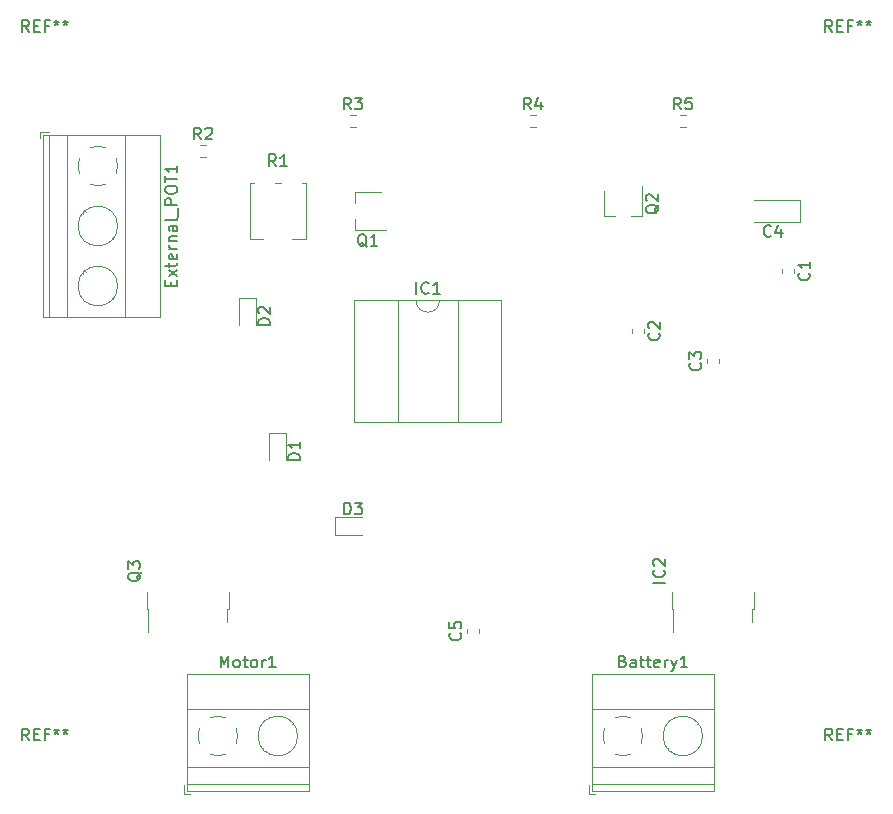
<source format=gbr>
%TF.GenerationSoftware,KiCad,Pcbnew,(5.1.8)-1*%
%TF.CreationDate,2021-06-13T11:57:15+02:00*%
%TF.ProjectId,Assignment3,41737369-676e-46d6-956e-74332e6b6963,rev?*%
%TF.SameCoordinates,Original*%
%TF.FileFunction,Legend,Top*%
%TF.FilePolarity,Positive*%
%FSLAX46Y46*%
G04 Gerber Fmt 4.6, Leading zero omitted, Abs format (unit mm)*
G04 Created by KiCad (PCBNEW (5.1.8)-1) date 2021-06-13 11:57:15*
%MOMM*%
%LPD*%
G01*
G04 APERTURE LIST*
%ADD10C,0.120000*%
%ADD11C,0.150000*%
G04 APERTURE END LIST*
D10*
%TO.C,IC1*%
X117415000Y-60840000D02*
X104945000Y-60840000D01*
X117415000Y-71240000D02*
X117415000Y-60840000D01*
X104945000Y-71240000D02*
X117415000Y-71240000D01*
X104945000Y-60840000D02*
X104945000Y-71240000D01*
X113715000Y-60900000D02*
X112180000Y-60900000D01*
X113715000Y-71180000D02*
X113715000Y-60900000D01*
X108645000Y-71180000D02*
X113715000Y-71180000D01*
X108645000Y-60900000D02*
X108645000Y-71180000D01*
X110180000Y-60900000D02*
X108645000Y-60900000D01*
X112180000Y-60900000D02*
G75*
G02*
X110180000Y-60900000I-1000000J0D01*
G01*
%TO.C,Q3*%
X87410000Y-85570000D02*
X87410000Y-87070000D01*
X87410000Y-87070000D02*
X87510000Y-87070000D01*
X87510000Y-87070000D02*
X87510000Y-88970000D01*
X94310000Y-85570000D02*
X94310000Y-87070000D01*
X94310000Y-87070000D02*
X94210000Y-87070000D01*
X94210000Y-87070000D02*
X94210000Y-88170000D01*
%TO.C,IC2*%
X131860000Y-85570000D02*
X131860000Y-87070000D01*
X131860000Y-87070000D02*
X131960000Y-87070000D01*
X131960000Y-87070000D02*
X131960000Y-88970000D01*
X138760000Y-85570000D02*
X138760000Y-87070000D01*
X138760000Y-87070000D02*
X138660000Y-87070000D01*
X138660000Y-87070000D02*
X138660000Y-88170000D01*
%TO.C,Battery1*%
X124850000Y-102690000D02*
X125350000Y-102690000D01*
X124850000Y-101950000D02*
X124850000Y-102690000D01*
X131543000Y-98813000D02*
X131496000Y-98859000D01*
X133840000Y-96515000D02*
X133805000Y-96551000D01*
X131736000Y-99029000D02*
X131701000Y-99064000D01*
X134045000Y-96721000D02*
X133998000Y-96767000D01*
X135370000Y-92529000D02*
X135370000Y-102450000D01*
X125090000Y-92529000D02*
X125090000Y-102450000D01*
X125090000Y-102450000D02*
X135370000Y-102450000D01*
X125090000Y-92529000D02*
X135370000Y-92529000D01*
X125090000Y-95489000D02*
X135370000Y-95489000D01*
X125090000Y-100390000D02*
X135370000Y-100390000D01*
X125090000Y-101890000D02*
X135370000Y-101890000D01*
X134450000Y-97790000D02*
G75*
G03*
X134450000Y-97790000I-1680000J0D01*
G01*
X127718805Y-99470253D02*
G75*
G02*
X127006000Y-99325000I-28805J1680253D01*
G01*
X126154574Y-98473042D02*
G75*
G02*
X126155000Y-97106000I1535426J683042D01*
G01*
X127006958Y-96254574D02*
G75*
G02*
X128374000Y-96255000I683042J-1535426D01*
G01*
X129225426Y-97106958D02*
G75*
G02*
X129225000Y-98474000I-1535426J-683042D01*
G01*
X128373318Y-99324756D02*
G75*
G02*
X127690000Y-99470000I-683318J1534756D01*
G01*
%TO.C,R5*%
X132532742Y-46242500D02*
X133007258Y-46242500D01*
X132532742Y-45197500D02*
X133007258Y-45197500D01*
%TO.C,R4*%
X119832742Y-46242500D02*
X120307258Y-46242500D01*
X119832742Y-45197500D02*
X120307258Y-45197500D01*
%TO.C,R3*%
X104592742Y-46242500D02*
X105067258Y-46242500D01*
X104592742Y-45197500D02*
X105067258Y-45197500D01*
%TO.C,R2*%
X91892742Y-48782500D02*
X92367258Y-48782500D01*
X91892742Y-47737500D02*
X92367258Y-47737500D01*
%TO.C,R1*%
X100850000Y-50970000D02*
X100850000Y-55710000D01*
X96110000Y-50970000D02*
X96110000Y-55710000D01*
X99720000Y-55710000D02*
X100850000Y-55710000D01*
X96110000Y-55710000D02*
X97240000Y-55710000D01*
X98221000Y-50970000D02*
X98740000Y-50970000D01*
X96110000Y-50970000D02*
X96441000Y-50970000D01*
X100520000Y-50970000D02*
X100850000Y-50970000D01*
%TO.C,Q2*%
X126080000Y-51630000D02*
X126080000Y-53780000D01*
X129300000Y-51205000D02*
X129300000Y-53780000D01*
X126990000Y-53780000D02*
X126080000Y-53780000D01*
X129300000Y-53780000D02*
X128390000Y-53780000D01*
%TO.C,Q1*%
X107175000Y-51730000D02*
X105025000Y-51730000D01*
X107600000Y-54950000D02*
X105025000Y-54950000D01*
X105025000Y-52640000D02*
X105025000Y-51730000D01*
X105025000Y-54950000D02*
X105025000Y-54040000D01*
%TO.C,D3*%
X103345000Y-80745000D02*
X105630000Y-80745000D01*
X103345000Y-79275000D02*
X103345000Y-80745000D01*
X105630000Y-79275000D02*
X103345000Y-79275000D01*
%TO.C,D2*%
X95205000Y-60745000D02*
X95205000Y-63030000D01*
X96675000Y-60745000D02*
X95205000Y-60745000D01*
X96675000Y-63030000D02*
X96675000Y-60745000D01*
%TO.C,D1*%
X97745000Y-72175000D02*
X97745000Y-74460000D01*
X99215000Y-72175000D02*
X97745000Y-72175000D01*
X99215000Y-74460000D02*
X99215000Y-72175000D01*
%TO.C,C5*%
X115500000Y-89040580D02*
X115500000Y-88759420D01*
X114480000Y-89040580D02*
X114480000Y-88759420D01*
%TO.C,C4*%
X142700000Y-52405000D02*
X138790000Y-52405000D01*
X142700000Y-54275000D02*
X142700000Y-52405000D01*
X138790000Y-54275000D02*
X142700000Y-54275000D01*
%TO.C,C3*%
X135820000Y-66180580D02*
X135820000Y-65899420D01*
X134800000Y-66180580D02*
X134800000Y-65899420D01*
%TO.C,C2*%
X128450000Y-63359420D02*
X128450000Y-63640580D01*
X129470000Y-63359420D02*
X129470000Y-63640580D01*
%TO.C,C1*%
X141150000Y-58279420D02*
X141150000Y-58560580D01*
X142170000Y-58279420D02*
X142170000Y-58560580D01*
%TO.C,External_POT1*%
X84920000Y-54610000D02*
G75*
G03*
X84920000Y-54610000I-1680000J0D01*
G01*
X84920000Y-59690000D02*
G75*
G03*
X84920000Y-59690000I-1680000J0D01*
G01*
X79140000Y-46930000D02*
X79140000Y-62290000D01*
X80640000Y-46930000D02*
X80640000Y-62290000D01*
X85541000Y-46930000D02*
X85541000Y-62290000D01*
X88501000Y-46930000D02*
X88501000Y-62290000D01*
X78580000Y-46930000D02*
X78580000Y-62290000D01*
X88501000Y-46930000D02*
X78580000Y-46930000D01*
X88501000Y-62290000D02*
X78580000Y-62290000D01*
X84309000Y-55885000D02*
X84263000Y-55838000D01*
X82001000Y-53576000D02*
X81966000Y-53541000D01*
X84515000Y-55680000D02*
X84479000Y-55645000D01*
X82217000Y-53383000D02*
X82171000Y-53336000D01*
X84309000Y-60965000D02*
X84263000Y-60918000D01*
X82001000Y-58656000D02*
X81966000Y-58621000D01*
X84515000Y-60760000D02*
X84479000Y-60725000D01*
X82217000Y-58463000D02*
X82171000Y-58416000D01*
X79080000Y-46690000D02*
X78340000Y-46690000D01*
X78340000Y-46690000D02*
X78340000Y-47190000D01*
X81705244Y-50213318D02*
G75*
G02*
X81560000Y-49530000I1534756J683318D01*
G01*
X83923042Y-51065426D02*
G75*
G02*
X82556000Y-51065000I-683042J1535426D01*
G01*
X84775426Y-48846958D02*
G75*
G02*
X84775000Y-50214000I-1535426J-683042D01*
G01*
X82556958Y-47994574D02*
G75*
G02*
X83924000Y-47995000I683042J-1535426D01*
G01*
X81559747Y-49558805D02*
G75*
G02*
X81705000Y-48846000I1680253J28805D01*
G01*
%TO.C,Motor1*%
X100160000Y-97790000D02*
G75*
G03*
X100160000Y-97790000I-1680000J0D01*
G01*
X90800000Y-101890000D02*
X101080000Y-101890000D01*
X90800000Y-100390000D02*
X101080000Y-100390000D01*
X90800000Y-95489000D02*
X101080000Y-95489000D01*
X90800000Y-92529000D02*
X101080000Y-92529000D01*
X90800000Y-102450000D02*
X101080000Y-102450000D01*
X90800000Y-92529000D02*
X90800000Y-102450000D01*
X101080000Y-92529000D02*
X101080000Y-102450000D01*
X99755000Y-96721000D02*
X99708000Y-96767000D01*
X97446000Y-99029000D02*
X97411000Y-99064000D01*
X99550000Y-96515000D02*
X99515000Y-96551000D01*
X97253000Y-98813000D02*
X97206000Y-98859000D01*
X90560000Y-101950000D02*
X90560000Y-102690000D01*
X90560000Y-102690000D02*
X91060000Y-102690000D01*
X94083318Y-99324756D02*
G75*
G02*
X93400000Y-99470000I-683318J1534756D01*
G01*
X94935426Y-97106958D02*
G75*
G02*
X94935000Y-98474000I-1535426J-683042D01*
G01*
X92716958Y-96254574D02*
G75*
G02*
X94084000Y-96255000I683042J-1535426D01*
G01*
X91864574Y-98473042D02*
G75*
G02*
X91865000Y-97106000I1535426J683042D01*
G01*
X93428805Y-99470253D02*
G75*
G02*
X92716000Y-99325000I-28805J1680253D01*
G01*
%TO.C,IC1*%
D11*
X110203809Y-60352380D02*
X110203809Y-59352380D01*
X111251428Y-60257142D02*
X111203809Y-60304761D01*
X111060952Y-60352380D01*
X110965714Y-60352380D01*
X110822857Y-60304761D01*
X110727619Y-60209523D01*
X110680000Y-60114285D01*
X110632380Y-59923809D01*
X110632380Y-59780952D01*
X110680000Y-59590476D01*
X110727619Y-59495238D01*
X110822857Y-59400000D01*
X110965714Y-59352380D01*
X111060952Y-59352380D01*
X111203809Y-59400000D01*
X111251428Y-59447619D01*
X112203809Y-60352380D02*
X111632380Y-60352380D01*
X111918095Y-60352380D02*
X111918095Y-59352380D01*
X111822857Y-59495238D01*
X111727619Y-59590476D01*
X111632380Y-59638095D01*
%TO.C,Q3*%
X86907619Y-83915238D02*
X86860000Y-84010476D01*
X86764761Y-84105714D01*
X86621904Y-84248571D01*
X86574285Y-84343809D01*
X86574285Y-84439047D01*
X86812380Y-84391428D02*
X86764761Y-84486666D01*
X86669523Y-84581904D01*
X86479047Y-84629523D01*
X86145714Y-84629523D01*
X85955238Y-84581904D01*
X85860000Y-84486666D01*
X85812380Y-84391428D01*
X85812380Y-84200952D01*
X85860000Y-84105714D01*
X85955238Y-84010476D01*
X86145714Y-83962857D01*
X86479047Y-83962857D01*
X86669523Y-84010476D01*
X86764761Y-84105714D01*
X86812380Y-84200952D01*
X86812380Y-84391428D01*
X85812380Y-83629523D02*
X85812380Y-83010476D01*
X86193333Y-83343809D01*
X86193333Y-83200952D01*
X86240952Y-83105714D01*
X86288571Y-83058095D01*
X86383809Y-83010476D01*
X86621904Y-83010476D01*
X86717142Y-83058095D01*
X86764761Y-83105714D01*
X86812380Y-83200952D01*
X86812380Y-83486666D01*
X86764761Y-83581904D01*
X86717142Y-83629523D01*
%TO.C,IC2*%
X131262380Y-84796190D02*
X130262380Y-84796190D01*
X131167142Y-83748571D02*
X131214761Y-83796190D01*
X131262380Y-83939047D01*
X131262380Y-84034285D01*
X131214761Y-84177142D01*
X131119523Y-84272380D01*
X131024285Y-84320000D01*
X130833809Y-84367619D01*
X130690952Y-84367619D01*
X130500476Y-84320000D01*
X130405238Y-84272380D01*
X130310000Y-84177142D01*
X130262380Y-84034285D01*
X130262380Y-83939047D01*
X130310000Y-83796190D01*
X130357619Y-83748571D01*
X130357619Y-83367619D02*
X130310000Y-83320000D01*
X130262380Y-83224761D01*
X130262380Y-82986666D01*
X130310000Y-82891428D01*
X130357619Y-82843809D01*
X130452857Y-82796190D01*
X130548095Y-82796190D01*
X130690952Y-82843809D01*
X131262380Y-83415238D01*
X131262380Y-82796190D01*
%TO.C,Battery1*%
X127682380Y-91458571D02*
X127825238Y-91506190D01*
X127872857Y-91553809D01*
X127920476Y-91649047D01*
X127920476Y-91791904D01*
X127872857Y-91887142D01*
X127825238Y-91934761D01*
X127730000Y-91982380D01*
X127349047Y-91982380D01*
X127349047Y-90982380D01*
X127682380Y-90982380D01*
X127777619Y-91030000D01*
X127825238Y-91077619D01*
X127872857Y-91172857D01*
X127872857Y-91268095D01*
X127825238Y-91363333D01*
X127777619Y-91410952D01*
X127682380Y-91458571D01*
X127349047Y-91458571D01*
X128777619Y-91982380D02*
X128777619Y-91458571D01*
X128730000Y-91363333D01*
X128634761Y-91315714D01*
X128444285Y-91315714D01*
X128349047Y-91363333D01*
X128777619Y-91934761D02*
X128682380Y-91982380D01*
X128444285Y-91982380D01*
X128349047Y-91934761D01*
X128301428Y-91839523D01*
X128301428Y-91744285D01*
X128349047Y-91649047D01*
X128444285Y-91601428D01*
X128682380Y-91601428D01*
X128777619Y-91553809D01*
X129110952Y-91315714D02*
X129491904Y-91315714D01*
X129253809Y-90982380D02*
X129253809Y-91839523D01*
X129301428Y-91934761D01*
X129396666Y-91982380D01*
X129491904Y-91982380D01*
X129682380Y-91315714D02*
X130063333Y-91315714D01*
X129825238Y-90982380D02*
X129825238Y-91839523D01*
X129872857Y-91934761D01*
X129968095Y-91982380D01*
X130063333Y-91982380D01*
X130777619Y-91934761D02*
X130682380Y-91982380D01*
X130491904Y-91982380D01*
X130396666Y-91934761D01*
X130349047Y-91839523D01*
X130349047Y-91458571D01*
X130396666Y-91363333D01*
X130491904Y-91315714D01*
X130682380Y-91315714D01*
X130777619Y-91363333D01*
X130825238Y-91458571D01*
X130825238Y-91553809D01*
X130349047Y-91649047D01*
X131253809Y-91982380D02*
X131253809Y-91315714D01*
X131253809Y-91506190D02*
X131301428Y-91410952D01*
X131349047Y-91363333D01*
X131444285Y-91315714D01*
X131539523Y-91315714D01*
X131777619Y-91315714D02*
X132015714Y-91982380D01*
X132253809Y-91315714D02*
X132015714Y-91982380D01*
X131920476Y-92220476D01*
X131872857Y-92268095D01*
X131777619Y-92315714D01*
X133158571Y-91982380D02*
X132587142Y-91982380D01*
X132872857Y-91982380D02*
X132872857Y-90982380D01*
X132777619Y-91125238D01*
X132682380Y-91220476D01*
X132587142Y-91268095D01*
%TO.C,R5*%
X132603333Y-44742380D02*
X132270000Y-44266190D01*
X132031904Y-44742380D02*
X132031904Y-43742380D01*
X132412857Y-43742380D01*
X132508095Y-43790000D01*
X132555714Y-43837619D01*
X132603333Y-43932857D01*
X132603333Y-44075714D01*
X132555714Y-44170952D01*
X132508095Y-44218571D01*
X132412857Y-44266190D01*
X132031904Y-44266190D01*
X133508095Y-43742380D02*
X133031904Y-43742380D01*
X132984285Y-44218571D01*
X133031904Y-44170952D01*
X133127142Y-44123333D01*
X133365238Y-44123333D01*
X133460476Y-44170952D01*
X133508095Y-44218571D01*
X133555714Y-44313809D01*
X133555714Y-44551904D01*
X133508095Y-44647142D01*
X133460476Y-44694761D01*
X133365238Y-44742380D01*
X133127142Y-44742380D01*
X133031904Y-44694761D01*
X132984285Y-44647142D01*
%TO.C,R4*%
X119903333Y-44742380D02*
X119570000Y-44266190D01*
X119331904Y-44742380D02*
X119331904Y-43742380D01*
X119712857Y-43742380D01*
X119808095Y-43790000D01*
X119855714Y-43837619D01*
X119903333Y-43932857D01*
X119903333Y-44075714D01*
X119855714Y-44170952D01*
X119808095Y-44218571D01*
X119712857Y-44266190D01*
X119331904Y-44266190D01*
X120760476Y-44075714D02*
X120760476Y-44742380D01*
X120522380Y-43694761D02*
X120284285Y-44409047D01*
X120903333Y-44409047D01*
%TO.C,R3*%
X104663333Y-44742380D02*
X104330000Y-44266190D01*
X104091904Y-44742380D02*
X104091904Y-43742380D01*
X104472857Y-43742380D01*
X104568095Y-43790000D01*
X104615714Y-43837619D01*
X104663333Y-43932857D01*
X104663333Y-44075714D01*
X104615714Y-44170952D01*
X104568095Y-44218571D01*
X104472857Y-44266190D01*
X104091904Y-44266190D01*
X104996666Y-43742380D02*
X105615714Y-43742380D01*
X105282380Y-44123333D01*
X105425238Y-44123333D01*
X105520476Y-44170952D01*
X105568095Y-44218571D01*
X105615714Y-44313809D01*
X105615714Y-44551904D01*
X105568095Y-44647142D01*
X105520476Y-44694761D01*
X105425238Y-44742380D01*
X105139523Y-44742380D01*
X105044285Y-44694761D01*
X104996666Y-44647142D01*
%TO.C,R2*%
X91963333Y-47282380D02*
X91630000Y-46806190D01*
X91391904Y-47282380D02*
X91391904Y-46282380D01*
X91772857Y-46282380D01*
X91868095Y-46330000D01*
X91915714Y-46377619D01*
X91963333Y-46472857D01*
X91963333Y-46615714D01*
X91915714Y-46710952D01*
X91868095Y-46758571D01*
X91772857Y-46806190D01*
X91391904Y-46806190D01*
X92344285Y-46377619D02*
X92391904Y-46330000D01*
X92487142Y-46282380D01*
X92725238Y-46282380D01*
X92820476Y-46330000D01*
X92868095Y-46377619D01*
X92915714Y-46472857D01*
X92915714Y-46568095D01*
X92868095Y-46710952D01*
X92296666Y-47282380D01*
X92915714Y-47282380D01*
%TO.C,R1*%
X98313333Y-49542380D02*
X97980000Y-49066190D01*
X97741904Y-49542380D02*
X97741904Y-48542380D01*
X98122857Y-48542380D01*
X98218095Y-48590000D01*
X98265714Y-48637619D01*
X98313333Y-48732857D01*
X98313333Y-48875714D01*
X98265714Y-48970952D01*
X98218095Y-49018571D01*
X98122857Y-49066190D01*
X97741904Y-49066190D01*
X99265714Y-49542380D02*
X98694285Y-49542380D01*
X98980000Y-49542380D02*
X98980000Y-48542380D01*
X98884761Y-48685238D01*
X98789523Y-48780476D01*
X98694285Y-48828095D01*
%TO.C,Q2*%
X130737619Y-52800238D02*
X130690000Y-52895476D01*
X130594761Y-52990714D01*
X130451904Y-53133571D01*
X130404285Y-53228809D01*
X130404285Y-53324047D01*
X130642380Y-53276428D02*
X130594761Y-53371666D01*
X130499523Y-53466904D01*
X130309047Y-53514523D01*
X129975714Y-53514523D01*
X129785238Y-53466904D01*
X129690000Y-53371666D01*
X129642380Y-53276428D01*
X129642380Y-53085952D01*
X129690000Y-52990714D01*
X129785238Y-52895476D01*
X129975714Y-52847857D01*
X130309047Y-52847857D01*
X130499523Y-52895476D01*
X130594761Y-52990714D01*
X130642380Y-53085952D01*
X130642380Y-53276428D01*
X129737619Y-52466904D02*
X129690000Y-52419285D01*
X129642380Y-52324047D01*
X129642380Y-52085952D01*
X129690000Y-51990714D01*
X129737619Y-51943095D01*
X129832857Y-51895476D01*
X129928095Y-51895476D01*
X130070952Y-51943095D01*
X130642380Y-52514523D01*
X130642380Y-51895476D01*
%TO.C,Q1*%
X106004761Y-56387619D02*
X105909523Y-56340000D01*
X105814285Y-56244761D01*
X105671428Y-56101904D01*
X105576190Y-56054285D01*
X105480952Y-56054285D01*
X105528571Y-56292380D02*
X105433333Y-56244761D01*
X105338095Y-56149523D01*
X105290476Y-55959047D01*
X105290476Y-55625714D01*
X105338095Y-55435238D01*
X105433333Y-55340000D01*
X105528571Y-55292380D01*
X105719047Y-55292380D01*
X105814285Y-55340000D01*
X105909523Y-55435238D01*
X105957142Y-55625714D01*
X105957142Y-55959047D01*
X105909523Y-56149523D01*
X105814285Y-56244761D01*
X105719047Y-56292380D01*
X105528571Y-56292380D01*
X106909523Y-56292380D02*
X106338095Y-56292380D01*
X106623809Y-56292380D02*
X106623809Y-55292380D01*
X106528571Y-55435238D01*
X106433333Y-55530476D01*
X106338095Y-55578095D01*
%TO.C,D3*%
X104091904Y-79032380D02*
X104091904Y-78032380D01*
X104330000Y-78032380D01*
X104472857Y-78080000D01*
X104568095Y-78175238D01*
X104615714Y-78270476D01*
X104663333Y-78460952D01*
X104663333Y-78603809D01*
X104615714Y-78794285D01*
X104568095Y-78889523D01*
X104472857Y-78984761D01*
X104330000Y-79032380D01*
X104091904Y-79032380D01*
X104996666Y-78032380D02*
X105615714Y-78032380D01*
X105282380Y-78413333D01*
X105425238Y-78413333D01*
X105520476Y-78460952D01*
X105568095Y-78508571D01*
X105615714Y-78603809D01*
X105615714Y-78841904D01*
X105568095Y-78937142D01*
X105520476Y-78984761D01*
X105425238Y-79032380D01*
X105139523Y-79032380D01*
X105044285Y-78984761D01*
X104996666Y-78937142D01*
%TO.C,D2*%
X97822380Y-62968095D02*
X96822380Y-62968095D01*
X96822380Y-62730000D01*
X96870000Y-62587142D01*
X96965238Y-62491904D01*
X97060476Y-62444285D01*
X97250952Y-62396666D01*
X97393809Y-62396666D01*
X97584285Y-62444285D01*
X97679523Y-62491904D01*
X97774761Y-62587142D01*
X97822380Y-62730000D01*
X97822380Y-62968095D01*
X96917619Y-62015714D02*
X96870000Y-61968095D01*
X96822380Y-61872857D01*
X96822380Y-61634761D01*
X96870000Y-61539523D01*
X96917619Y-61491904D01*
X97012857Y-61444285D01*
X97108095Y-61444285D01*
X97250952Y-61491904D01*
X97822380Y-62063333D01*
X97822380Y-61444285D01*
%TO.C,D1*%
X100362380Y-74398095D02*
X99362380Y-74398095D01*
X99362380Y-74160000D01*
X99410000Y-74017142D01*
X99505238Y-73921904D01*
X99600476Y-73874285D01*
X99790952Y-73826666D01*
X99933809Y-73826666D01*
X100124285Y-73874285D01*
X100219523Y-73921904D01*
X100314761Y-74017142D01*
X100362380Y-74160000D01*
X100362380Y-74398095D01*
X100362380Y-72874285D02*
X100362380Y-73445714D01*
X100362380Y-73160000D02*
X99362380Y-73160000D01*
X99505238Y-73255238D01*
X99600476Y-73350476D01*
X99648095Y-73445714D01*
%TO.C,C5*%
X113917142Y-89066666D02*
X113964761Y-89114285D01*
X114012380Y-89257142D01*
X114012380Y-89352380D01*
X113964761Y-89495238D01*
X113869523Y-89590476D01*
X113774285Y-89638095D01*
X113583809Y-89685714D01*
X113440952Y-89685714D01*
X113250476Y-89638095D01*
X113155238Y-89590476D01*
X113060000Y-89495238D01*
X113012380Y-89352380D01*
X113012380Y-89257142D01*
X113060000Y-89114285D01*
X113107619Y-89066666D01*
X113012380Y-88161904D02*
X113012380Y-88638095D01*
X113488571Y-88685714D01*
X113440952Y-88638095D01*
X113393333Y-88542857D01*
X113393333Y-88304761D01*
X113440952Y-88209523D01*
X113488571Y-88161904D01*
X113583809Y-88114285D01*
X113821904Y-88114285D01*
X113917142Y-88161904D01*
X113964761Y-88209523D01*
X114012380Y-88304761D01*
X114012380Y-88542857D01*
X113964761Y-88638095D01*
X113917142Y-88685714D01*
%TO.C,C4*%
X140223333Y-55447142D02*
X140175714Y-55494761D01*
X140032857Y-55542380D01*
X139937619Y-55542380D01*
X139794761Y-55494761D01*
X139699523Y-55399523D01*
X139651904Y-55304285D01*
X139604285Y-55113809D01*
X139604285Y-54970952D01*
X139651904Y-54780476D01*
X139699523Y-54685238D01*
X139794761Y-54590000D01*
X139937619Y-54542380D01*
X140032857Y-54542380D01*
X140175714Y-54590000D01*
X140223333Y-54637619D01*
X141080476Y-54875714D02*
X141080476Y-55542380D01*
X140842380Y-54494761D02*
X140604285Y-55209047D01*
X141223333Y-55209047D01*
%TO.C,C3*%
X134237142Y-66206666D02*
X134284761Y-66254285D01*
X134332380Y-66397142D01*
X134332380Y-66492380D01*
X134284761Y-66635238D01*
X134189523Y-66730476D01*
X134094285Y-66778095D01*
X133903809Y-66825714D01*
X133760952Y-66825714D01*
X133570476Y-66778095D01*
X133475238Y-66730476D01*
X133380000Y-66635238D01*
X133332380Y-66492380D01*
X133332380Y-66397142D01*
X133380000Y-66254285D01*
X133427619Y-66206666D01*
X133332380Y-65873333D02*
X133332380Y-65254285D01*
X133713333Y-65587619D01*
X133713333Y-65444761D01*
X133760952Y-65349523D01*
X133808571Y-65301904D01*
X133903809Y-65254285D01*
X134141904Y-65254285D01*
X134237142Y-65301904D01*
X134284761Y-65349523D01*
X134332380Y-65444761D01*
X134332380Y-65730476D01*
X134284761Y-65825714D01*
X134237142Y-65873333D01*
%TO.C,C2*%
X130747142Y-63666666D02*
X130794761Y-63714285D01*
X130842380Y-63857142D01*
X130842380Y-63952380D01*
X130794761Y-64095238D01*
X130699523Y-64190476D01*
X130604285Y-64238095D01*
X130413809Y-64285714D01*
X130270952Y-64285714D01*
X130080476Y-64238095D01*
X129985238Y-64190476D01*
X129890000Y-64095238D01*
X129842380Y-63952380D01*
X129842380Y-63857142D01*
X129890000Y-63714285D01*
X129937619Y-63666666D01*
X129937619Y-63285714D02*
X129890000Y-63238095D01*
X129842380Y-63142857D01*
X129842380Y-62904761D01*
X129890000Y-62809523D01*
X129937619Y-62761904D01*
X130032857Y-62714285D01*
X130128095Y-62714285D01*
X130270952Y-62761904D01*
X130842380Y-63333333D01*
X130842380Y-62714285D01*
%TO.C,C1*%
X143447142Y-58586666D02*
X143494761Y-58634285D01*
X143542380Y-58777142D01*
X143542380Y-58872380D01*
X143494761Y-59015238D01*
X143399523Y-59110476D01*
X143304285Y-59158095D01*
X143113809Y-59205714D01*
X142970952Y-59205714D01*
X142780476Y-59158095D01*
X142685238Y-59110476D01*
X142590000Y-59015238D01*
X142542380Y-58872380D01*
X142542380Y-58777142D01*
X142590000Y-58634285D01*
X142637619Y-58586666D01*
X143542380Y-57634285D02*
X143542380Y-58205714D01*
X143542380Y-57920000D02*
X142542380Y-57920000D01*
X142685238Y-58015238D01*
X142780476Y-58110476D01*
X142828095Y-58205714D01*
%TO.C,REF\u002A\u002A*%
X145406666Y-98162380D02*
X145073333Y-97686190D01*
X144835238Y-98162380D02*
X144835238Y-97162380D01*
X145216190Y-97162380D01*
X145311428Y-97210000D01*
X145359047Y-97257619D01*
X145406666Y-97352857D01*
X145406666Y-97495714D01*
X145359047Y-97590952D01*
X145311428Y-97638571D01*
X145216190Y-97686190D01*
X144835238Y-97686190D01*
X145835238Y-97638571D02*
X146168571Y-97638571D01*
X146311428Y-98162380D02*
X145835238Y-98162380D01*
X145835238Y-97162380D01*
X146311428Y-97162380D01*
X147073333Y-97638571D02*
X146740000Y-97638571D01*
X146740000Y-98162380D02*
X146740000Y-97162380D01*
X147216190Y-97162380D01*
X147740000Y-97162380D02*
X147740000Y-97400476D01*
X147501904Y-97305238D02*
X147740000Y-97400476D01*
X147978095Y-97305238D01*
X147597142Y-97590952D02*
X147740000Y-97400476D01*
X147882857Y-97590952D01*
X148501904Y-97162380D02*
X148501904Y-97400476D01*
X148263809Y-97305238D02*
X148501904Y-97400476D01*
X148740000Y-97305238D01*
X148359047Y-97590952D02*
X148501904Y-97400476D01*
X148644761Y-97590952D01*
X77406666Y-98162380D02*
X77073333Y-97686190D01*
X76835238Y-98162380D02*
X76835238Y-97162380D01*
X77216190Y-97162380D01*
X77311428Y-97210000D01*
X77359047Y-97257619D01*
X77406666Y-97352857D01*
X77406666Y-97495714D01*
X77359047Y-97590952D01*
X77311428Y-97638571D01*
X77216190Y-97686190D01*
X76835238Y-97686190D01*
X77835238Y-97638571D02*
X78168571Y-97638571D01*
X78311428Y-98162380D02*
X77835238Y-98162380D01*
X77835238Y-97162380D01*
X78311428Y-97162380D01*
X79073333Y-97638571D02*
X78740000Y-97638571D01*
X78740000Y-98162380D02*
X78740000Y-97162380D01*
X79216190Y-97162380D01*
X79740000Y-97162380D02*
X79740000Y-97400476D01*
X79501904Y-97305238D02*
X79740000Y-97400476D01*
X79978095Y-97305238D01*
X79597142Y-97590952D02*
X79740000Y-97400476D01*
X79882857Y-97590952D01*
X80501904Y-97162380D02*
X80501904Y-97400476D01*
X80263809Y-97305238D02*
X80501904Y-97400476D01*
X80740000Y-97305238D01*
X80359047Y-97590952D02*
X80501904Y-97400476D01*
X80644761Y-97590952D01*
X145406666Y-38162380D02*
X145073333Y-37686190D01*
X144835238Y-38162380D02*
X144835238Y-37162380D01*
X145216190Y-37162380D01*
X145311428Y-37210000D01*
X145359047Y-37257619D01*
X145406666Y-37352857D01*
X145406666Y-37495714D01*
X145359047Y-37590952D01*
X145311428Y-37638571D01*
X145216190Y-37686190D01*
X144835238Y-37686190D01*
X145835238Y-37638571D02*
X146168571Y-37638571D01*
X146311428Y-38162380D02*
X145835238Y-38162380D01*
X145835238Y-37162380D01*
X146311428Y-37162380D01*
X147073333Y-37638571D02*
X146740000Y-37638571D01*
X146740000Y-38162380D02*
X146740000Y-37162380D01*
X147216190Y-37162380D01*
X147740000Y-37162380D02*
X147740000Y-37400476D01*
X147501904Y-37305238D02*
X147740000Y-37400476D01*
X147978095Y-37305238D01*
X147597142Y-37590952D02*
X147740000Y-37400476D01*
X147882857Y-37590952D01*
X148501904Y-37162380D02*
X148501904Y-37400476D01*
X148263809Y-37305238D02*
X148501904Y-37400476D01*
X148740000Y-37305238D01*
X148359047Y-37590952D02*
X148501904Y-37400476D01*
X148644761Y-37590952D01*
X77406666Y-38162380D02*
X77073333Y-37686190D01*
X76835238Y-38162380D02*
X76835238Y-37162380D01*
X77216190Y-37162380D01*
X77311428Y-37210000D01*
X77359047Y-37257619D01*
X77406666Y-37352857D01*
X77406666Y-37495714D01*
X77359047Y-37590952D01*
X77311428Y-37638571D01*
X77216190Y-37686190D01*
X76835238Y-37686190D01*
X77835238Y-37638571D02*
X78168571Y-37638571D01*
X78311428Y-38162380D02*
X77835238Y-38162380D01*
X77835238Y-37162380D01*
X78311428Y-37162380D01*
X79073333Y-37638571D02*
X78740000Y-37638571D01*
X78740000Y-38162380D02*
X78740000Y-37162380D01*
X79216190Y-37162380D01*
X79740000Y-37162380D02*
X79740000Y-37400476D01*
X79501904Y-37305238D02*
X79740000Y-37400476D01*
X79978095Y-37305238D01*
X79597142Y-37590952D02*
X79740000Y-37400476D01*
X79882857Y-37590952D01*
X80501904Y-37162380D02*
X80501904Y-37400476D01*
X80263809Y-37305238D02*
X80501904Y-37400476D01*
X80740000Y-37305238D01*
X80359047Y-37590952D02*
X80501904Y-37400476D01*
X80644761Y-37590952D01*
%TO.C,External_POT1*%
X89428571Y-59681428D02*
X89428571Y-59348095D01*
X89952380Y-59205238D02*
X89952380Y-59681428D01*
X88952380Y-59681428D01*
X88952380Y-59205238D01*
X89952380Y-58871904D02*
X89285714Y-58348095D01*
X89285714Y-58871904D02*
X89952380Y-58348095D01*
X89285714Y-58110000D02*
X89285714Y-57729047D01*
X88952380Y-57967142D02*
X89809523Y-57967142D01*
X89904761Y-57919523D01*
X89952380Y-57824285D01*
X89952380Y-57729047D01*
X89904761Y-57014761D02*
X89952380Y-57110000D01*
X89952380Y-57300476D01*
X89904761Y-57395714D01*
X89809523Y-57443333D01*
X89428571Y-57443333D01*
X89333333Y-57395714D01*
X89285714Y-57300476D01*
X89285714Y-57110000D01*
X89333333Y-57014761D01*
X89428571Y-56967142D01*
X89523809Y-56967142D01*
X89619047Y-57443333D01*
X89952380Y-56538571D02*
X89285714Y-56538571D01*
X89476190Y-56538571D02*
X89380952Y-56490952D01*
X89333333Y-56443333D01*
X89285714Y-56348095D01*
X89285714Y-56252857D01*
X89285714Y-55919523D02*
X89952380Y-55919523D01*
X89380952Y-55919523D02*
X89333333Y-55871904D01*
X89285714Y-55776666D01*
X89285714Y-55633809D01*
X89333333Y-55538571D01*
X89428571Y-55490952D01*
X89952380Y-55490952D01*
X89952380Y-54586190D02*
X89428571Y-54586190D01*
X89333333Y-54633809D01*
X89285714Y-54729047D01*
X89285714Y-54919523D01*
X89333333Y-55014761D01*
X89904761Y-54586190D02*
X89952380Y-54681428D01*
X89952380Y-54919523D01*
X89904761Y-55014761D01*
X89809523Y-55062380D01*
X89714285Y-55062380D01*
X89619047Y-55014761D01*
X89571428Y-54919523D01*
X89571428Y-54681428D01*
X89523809Y-54586190D01*
X89952380Y-53967142D02*
X89904761Y-54062380D01*
X89809523Y-54110000D01*
X88952380Y-54110000D01*
X90047619Y-53824285D02*
X90047619Y-53062380D01*
X89952380Y-52824285D02*
X88952380Y-52824285D01*
X88952380Y-52443333D01*
X89000000Y-52348095D01*
X89047619Y-52300476D01*
X89142857Y-52252857D01*
X89285714Y-52252857D01*
X89380952Y-52300476D01*
X89428571Y-52348095D01*
X89476190Y-52443333D01*
X89476190Y-52824285D01*
X88952380Y-51633809D02*
X88952380Y-51443333D01*
X89000000Y-51348095D01*
X89095238Y-51252857D01*
X89285714Y-51205238D01*
X89619047Y-51205238D01*
X89809523Y-51252857D01*
X89904761Y-51348095D01*
X89952380Y-51443333D01*
X89952380Y-51633809D01*
X89904761Y-51729047D01*
X89809523Y-51824285D01*
X89619047Y-51871904D01*
X89285714Y-51871904D01*
X89095238Y-51824285D01*
X89000000Y-51729047D01*
X88952380Y-51633809D01*
X88952380Y-50919523D02*
X88952380Y-50348095D01*
X89952380Y-50633809D02*
X88952380Y-50633809D01*
X89952380Y-49490952D02*
X89952380Y-50062380D01*
X89952380Y-49776666D02*
X88952380Y-49776666D01*
X89095238Y-49871904D01*
X89190476Y-49967142D01*
X89238095Y-50062380D01*
%TO.C,Motor1*%
X93630476Y-91982380D02*
X93630476Y-90982380D01*
X93963809Y-91696666D01*
X94297142Y-90982380D01*
X94297142Y-91982380D01*
X94916190Y-91982380D02*
X94820952Y-91934761D01*
X94773333Y-91887142D01*
X94725714Y-91791904D01*
X94725714Y-91506190D01*
X94773333Y-91410952D01*
X94820952Y-91363333D01*
X94916190Y-91315714D01*
X95059047Y-91315714D01*
X95154285Y-91363333D01*
X95201904Y-91410952D01*
X95249523Y-91506190D01*
X95249523Y-91791904D01*
X95201904Y-91887142D01*
X95154285Y-91934761D01*
X95059047Y-91982380D01*
X94916190Y-91982380D01*
X95535238Y-91315714D02*
X95916190Y-91315714D01*
X95678095Y-90982380D02*
X95678095Y-91839523D01*
X95725714Y-91934761D01*
X95820952Y-91982380D01*
X95916190Y-91982380D01*
X96392380Y-91982380D02*
X96297142Y-91934761D01*
X96249523Y-91887142D01*
X96201904Y-91791904D01*
X96201904Y-91506190D01*
X96249523Y-91410952D01*
X96297142Y-91363333D01*
X96392380Y-91315714D01*
X96535238Y-91315714D01*
X96630476Y-91363333D01*
X96678095Y-91410952D01*
X96725714Y-91506190D01*
X96725714Y-91791904D01*
X96678095Y-91887142D01*
X96630476Y-91934761D01*
X96535238Y-91982380D01*
X96392380Y-91982380D01*
X97154285Y-91982380D02*
X97154285Y-91315714D01*
X97154285Y-91506190D02*
X97201904Y-91410952D01*
X97249523Y-91363333D01*
X97344761Y-91315714D01*
X97440000Y-91315714D01*
X98297142Y-91982380D02*
X97725714Y-91982380D01*
X98011428Y-91982380D02*
X98011428Y-90982380D01*
X97916190Y-91125238D01*
X97820952Y-91220476D01*
X97725714Y-91268095D01*
%TD*%
M02*

</source>
